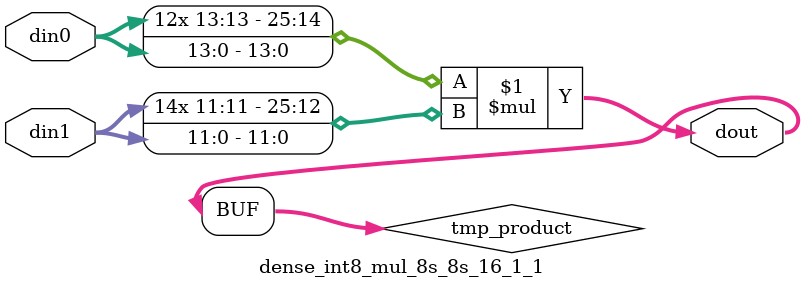
<source format=v>

`timescale 1 ns / 1 ps

 (* DowngradeIPIdentifiedWarnings="yes" *) module dense_int8_mul_8s_8s_16_1_1(din0, din1, dout);
parameter ID = 1;
parameter NUM_STAGE = 0;
parameter din0_WIDTH = 14;
parameter din1_WIDTH = 12;
parameter dout_WIDTH = 26;

input [din0_WIDTH - 1 : 0] din0; 
input [din1_WIDTH - 1 : 0] din1; 
output [dout_WIDTH - 1 : 0] dout;

wire signed [dout_WIDTH - 1 : 0] tmp_product;



























assign tmp_product = $signed(din0) * $signed(din1);








assign dout = tmp_product;





















endmodule

</source>
